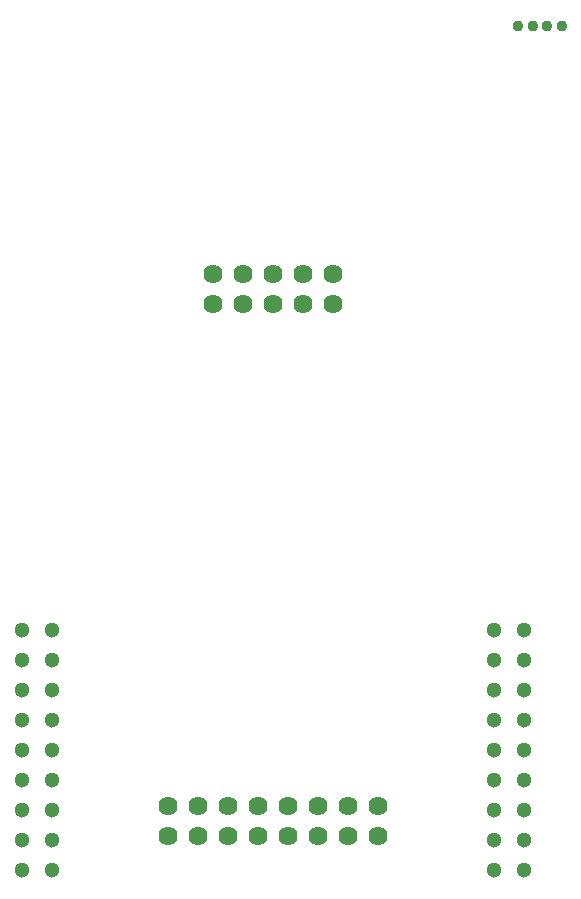
<source format=gbr>
G04 EAGLE Gerber RS-274X export*
G75*
%MOMM*%
%FSLAX34Y34*%
%LPD*%
%INSoldermask Bottom*%
%IPPOS*%
%AMOC8*
5,1,8,0,0,1.08239X$1,22.5*%
G01*
%ADD10C,1.300000*%
%ADD11C,1.624000*%
%ADD12C,0.938200*%


D10*
X-212700Y101600D03*
X-212700Y76200D03*
X-187300Y76200D03*
X-187300Y101600D03*
X-212700Y50800D03*
X-187300Y50800D03*
X-187300Y25400D03*
X-212700Y25400D03*
X-212700Y0D03*
X-187300Y0D03*
X-212700Y-25400D03*
X-187300Y-25400D03*
X-187300Y-50800D03*
X-212700Y-50800D03*
X-187300Y-76200D03*
X-212700Y-76200D03*
X-212700Y-101600D03*
X-187300Y-101600D03*
X187300Y101600D03*
X187300Y76200D03*
X212700Y76200D03*
X212700Y101600D03*
X187300Y50800D03*
X212700Y50800D03*
X212700Y25400D03*
X187300Y25400D03*
X187300Y0D03*
X212700Y0D03*
X187300Y-25400D03*
X212700Y-25400D03*
X212700Y-50800D03*
X187300Y-50800D03*
X212700Y-76200D03*
X187300Y-76200D03*
X187300Y-101600D03*
X212700Y-101600D03*
D11*
X50800Y377300D03*
X50800Y402700D03*
X25400Y377300D03*
X25400Y402700D03*
X0Y377300D03*
X0Y402700D03*
X-25400Y377300D03*
X-25400Y402700D03*
X-50800Y377300D03*
X-50800Y402700D03*
X88900Y-72700D03*
X88900Y-47300D03*
X63500Y-72700D03*
X63500Y-47300D03*
X38100Y-72700D03*
X38100Y-47300D03*
X12700Y-72700D03*
X12700Y-47300D03*
X-12700Y-72700D03*
X-12700Y-47300D03*
X-38100Y-72700D03*
X-38100Y-47300D03*
X-63500Y-72700D03*
X-63500Y-47300D03*
X-88900Y-72700D03*
X-88900Y-47300D03*
D12*
X245000Y612500D03*
X232554Y612500D03*
X220108Y612500D03*
X207408Y612500D03*
M02*

</source>
